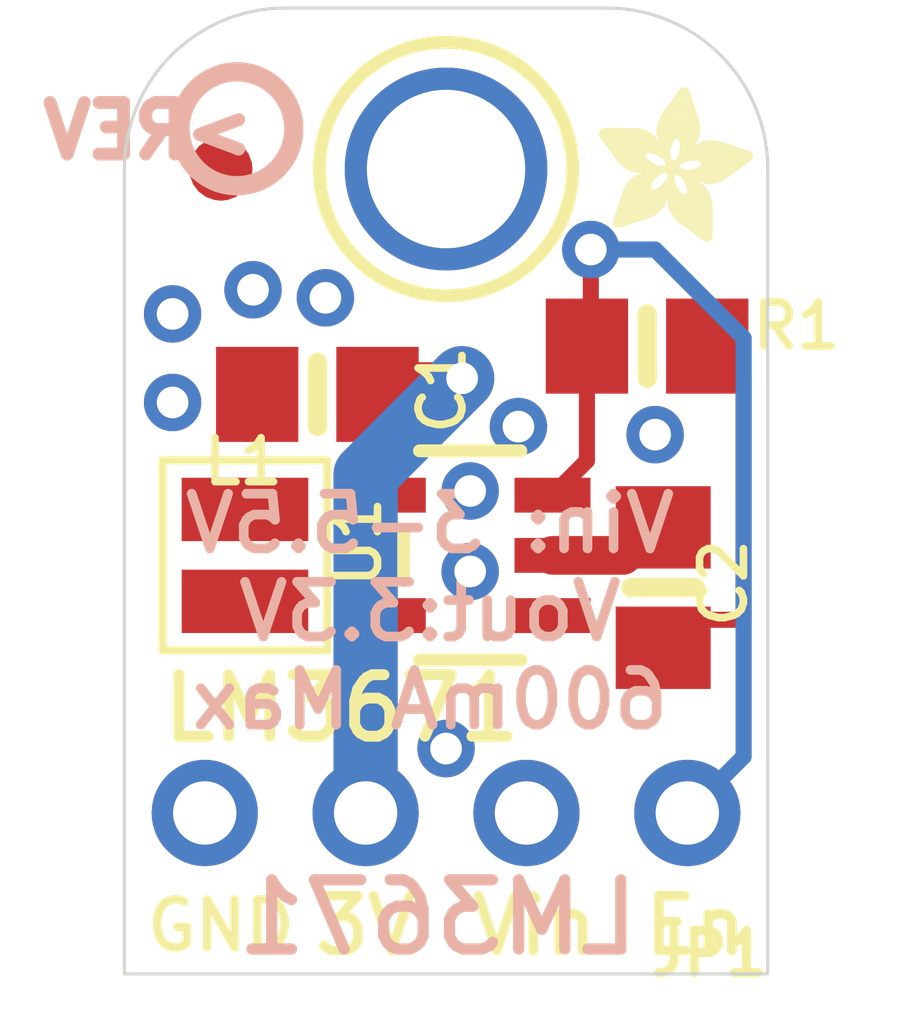
<source format=kicad_pcb>
(kicad_pcb (version 20211014) (generator pcbnew)
  (layers (0 "F.Cu" signal) (31 "B.Cu" signal) (34 "B.Paste" user) (35 "F.Paste" user) (36 "B.SilkS" user "B.Silkscreen") (37 "F.SilkS" user "F.Silkscreen") (38 "B.Mask" user) (39 "F.Mask" user) (44 "Edge.Cuts" user))
  (net 0 "")
  (net 1 "N$1")
  (net 2 "GND")
  (net 3 "3.3V")
  (net 4 "VIN")
  (net 5 "EN")
  (footprint "boardEagle:0805-NO" (layer "F.Cu") (at 151.9301 106.5276 90)
    (fp_text reference "C2" (at 0.8255 0.9525 90) (layer "F.SilkS") (effects (font (size 0.692831 0.692831) (thickness 0.119969)) (justify right)))
    (fp_text value "10uF")
    (pad "1" smd rect (at -0.95 0 90) (size 1.3 1.5) (layers "F.Cu" "F.Paste" "F.Mask") (net 4 "VIN"))
    (pad "2" smd rect (at 0.95 0 90) (size 1.3 1.5) (layers "F.Cu" "F.Paste" "F.Mask") (net 2 "GND"))
  )
  (footprint "boardEagle:SOT23-5" (layer "F.Cu") (at 148.8821 106.0196 90)
    (fp_text reference "U1" (at -0.562 -1.778 90) (layer "F.SilkS") (effects (font (size 0.692831 0.692831) (thickness 0.119969)) (justify left)))
    (fp_text value "LM3671MF-3.3/NOPB")
    (pad "1" smd rect (at -0.95 1.3001 90) (size 0.55 1.2) (layers "F.Cu" "F.Paste" "F.Mask") (net 4 "VIN"))
    (pad "2" smd rect (at 0 1.3001 90) (size 0.55 1.2) (layers "F.Cu" "F.Paste" "F.Mask") (net 2 "GND"))
    (pad "3" smd rect (at 0.95 1.3001 90) (size 0.55 1.2) (layers "F.Cu" "F.Paste" "F.Mask") (net 5 "EN"))
    (pad "4" smd rect (at 0.95 -1.3001 90) (size 0.55 1.2) (layers "F.Cu" "F.Paste" "F.Mask") (net 3 "3.3V"))
    (pad "5" smd rect (at -0.95 -1.3001 90) (size 0.55 1.2) (layers "F.Cu" "F.Paste" "F.Mask") (net 1 "N$1"))
  )
  (footprint "boardEagle:MOUNTINGHOLE_2.5_PLATED" (layer "F.Cu") (at 148.5011 99.9236)
    (fp_text reference "U$9" hide)
    (fp_text value "MOUNTINGHOLE2.5" hide)
    (pad "P$1" thru_hole circle (at 0 0) (size 3.2 3.2) (drill 2.5) (layers *.Cu *.Mask))
  )
  (footprint "boardEagle:0805-NO" (layer "F.Cu") (at 146.4691 103.4796 180)
    (fp_text reference "C1" (at -1.9685 0.8255 90) (layer "F.SilkS") (effects (font (size 0.692831 0.692831) (thickness 0.119969)) (justify right)))
    (fp_text value "22uF")
    (pad "1" smd rect (at -0.95 0 180) (size 1.3 1.5) (layers "F.Cu" "F.Paste" "F.Mask") (net 3 "3.3V"))
    (pad "2" smd rect (at 0.95 0 180) (size 1.3 1.5) (layers "F.Cu" "F.Paste" "F.Mask") (net 2 "GND"))
  )
  (footprint "boardEagle:0805-NO" (layer "F.Cu") (at 151.6761 102.7176 180)
    (fp_text reference "R1" (at -3.1115 0.3175) (layer "F.SilkS") (effects (font (size 0.692831 0.692831) (thickness 0.119969)) (justify right)))
    (fp_text value "100K")
    (pad "1" smd rect (at -0.95 0 180) (size 1.3 1.5) (layers "F.Cu" "F.Paste" "F.Mask") (net 4 "VIN"))
    (pad "2" smd rect (at 0.95 0 180) (size 1.3 1.5) (layers "F.Cu" "F.Paste" "F.Mask") (net 5 "EN"))
  )
  (footprint "boardEagle:ADAFRUIT_2.5MM" (layer "F.Cu") (at 150.9141 101.0666)
    (fp_text reference "U$11" hide)
    (fp_text value "" hide)
  )
  (footprint "boardEagle:1X04_ROUND" (layer "F.Cu") (at 148.5011 110.0836 180)
    (fp_text reference "JP1" (at -5.1562 -1.8288 180) (layer "F.SilkS") (effects (font (size 0.666496 0.666496) (thickness 0.146304)) (justify right top)))
    (fp_text value "")
    (pad "1" thru_hole circle (at -3.81 0 270) (size 1.6764 1.6764) (drill 1) (layers *.Cu *.Mask) (net 5 "EN"))
    (pad "2" thru_hole circle (at -1.27 0 270) (size 1.6764 1.6764) (drill 1) (layers *.Cu *.Mask) (net 4 "VIN"))
    (pad "3" thru_hole circle (at 1.27 0 270) (size 1.6764 1.6764) (drill 1) (layers *.Cu *.Mask) (net 3 "3.3V"))
    (pad "4" thru_hole circle (at 3.81 0 270) (size 1.6764 1.6764) (drill 1) (layers *.Cu *.Mask) (net 2 "GND"))
  )
  (footprint "boardEagle:INDUCTOR_TAIYOYUDEN_NRH2412T" (layer "F.Cu") (at 145.3261 106.0196 90)
    (fp_text reference "L1" (at 1.478 -0.716) (layer "F.SilkS") (effects (font (size 0.692831 0.692831) (thickness 0.119969)) (justify left)))
    (fp_text value "2.2uH/NRH2412T2R2MNGH")
    (pad "1" smd rect (at -0.725 0 90) (size 1 2) (layers "F.Cu" "F.Paste" "F.Mask") (net 1 "N$1"))
    (pad "2" smd rect (at 0.725 0 90) (size 1 2) (layers "F.Cu" "F.Paste" "F.Mask") (net 3 "3.3V"))
  )
  (footprint "boardEagle:FIDUCIAL_1MM" (layer "F.Cu") (at 144.9451 99.9236)
    (fp_text reference "FID1" hide)
    (fp_text value "FIDUCIAL\"\"" hide)
    (pad "1" smd roundrect (at 0 0) (size 1 1) (layers "F.Cu" "F.Mask") (roundrect_rratio 0.5))
  )
  (footprint "boardEagle:PCBFEAT-REV-040" (layer "B.Cu") (at 145.1991 99.2886 180)
    (fp_text reference "U$10" hide)
    (fp_text value "" hide)
    (fp_text user ">REV" (at -0.3556 -0.508) (layer "B.SilkS") (effects (font (size 0.8128 0.8128) (thickness 0.2032)) (justify left bottom mirror)))
  )
  (gr_line (start 145.9611 97.3836) (end 151.0411 97.3836) (layer "Edge.Cuts") (width 0.05))
  (gr_arc (start 143.4211 99.9236) (mid 144.165049 98.127549) (end 145.9611 97.3836) (layer "Edge.Cuts") (width 0.05))
  (gr_arc (start 151.0411 97.3836) (mid 152.837151 98.127549) (end 153.5811 99.9236) (layer "Edge.Cuts") (width 0.05))
  (gr_line (start 143.4211 112.6236) (end 143.4211 99.9236) (layer "Edge.Cuts") (width 0.05))
  (gr_line (start 153.5811 112.6236) (end 143.4211 112.6236) (layer "Edge.Cuts") (width 0.05))
  (gr_line (start 153.5811 99.9236) (end 153.5811 112.6236) (layer "Edge.Cuts") (width 0.05))
  (gr_text "LM3671" (at 148.3741 111.7346) (layer "B.SilkS") (effects (font (size 1.0922 1.0922) (thickness 0.1778)) (justify mirror)))
  (gr_text "Vin: 3-5.5V\nVout:3.3V\n600mA Max" (at 148.2471 106.9086) (layer "B.SilkS") (effects (font (size 0.8636 0.8636) (thickness 0.1524)) (justify mirror)))
  (gr_text "LM3671" (at 146.8501 108.4326) (layer "F.SilkS") (effects (font (size 0.97155 0.97155) (thickness 0.17145))))
  (gr_text "Vin" (at 149.8981 111.8616) (layer "F.SilkS") (effects (font (size 0.8636 0.8636) (thickness 0.1524))))
  (gr_text "En" (at 152.4381 111.8616) (layer "F.SilkS") (effects (font (size 0.8636 0.8636) (thickness 0.1524))))
  (gr_text "3V" (at 147.2311 111.8616) (layer "F.SilkS") (effects (font (size 0.8636 0.8636) (thickness 0.1524))))
  (gr_text "GND" (at 144.9451 111.8616) (layer "F.SilkS") (effects (font (size 0.75565 0.75565) (thickness 0.13335))))
  (segment (start 151.2951 106.0196) (end 151.9301 105.3846) (width 0.6096) (layer "F.Cu") (net 2))
  (segment (start 150.1822 106.0196) (end 151.2951 106.0196) (width 0.6096) (layer "F.Cu") (net 2))
  (via (at 144.1831 103.6066) (size 0.9064) (drill 0.5) (layers "F.Cu" "B.Cu") (net 2))
  (via (at 148.8821 105.0036) (size 0.9064) (drill 0.5) (layers "F.Cu" "B.Cu") (net 2))
  (via (at 151.8031 104.1146) (size 0.9064) (drill 0.5) (layers "F.Cu" "B.Cu") (net 2))
  (via (at 149.6441 103.9876) (size 0.9064) (drill 0.5) (layers "F.Cu" "B.Cu") (net 2))
  (via (at 144.1831 102.2096) (size 0.9064) (drill 0.5) (layers "F.Cu" "B.Cu") (net 2))
  (via (at 148.5011 109.0676) (size 0.9064) (drill 0.5) (layers "F.Cu" "B.Cu") (net 2))
  (via (at 146.5961 101.9556) (size 0.9064) (drill 0.5) (layers "F.Cu" "B.Cu") (net 2))
  (via (at 145.4531 101.8286) (size 0.9064) (drill 0.5) (layers "F.Cu" "B.Cu") (net 2))
  (via (at 148.8821 106.2736) (size 0.9064) (drill 0.5) (layers "F.Cu" "B.Cu") (net 2))
  (segment (start 148.7551 103.2256) (end 148.5011 103.4796) (width 1.016) (layer "F.Cu") (net 3))
  (segment (start 148.5011 103.4796) (end 147.4191 103.4796) (width 1.016) (layer "F.Cu") (net 3))
  (via (at 148.7551 103.2256) (size 0.9064) (drill 0.5) (layers "F.Cu" "B.Cu") (net 3))
  (segment (start 147.2311 104.7496) (end 148.7551 103.2256) (width 1.016) (layer "B.Cu") (net 3))
  (segment (start 147.2311 110.0836) (end 147.2311 104.7496) (width 1.016) (layer "B.Cu") (net 3))
  (segment (start 153.2001 103.2256) (end 153.2001 107.0356) (width 0.254) (layer "F.Cu") (net 4))
  (segment (start 153.2001 103.2256) (end 152.6921 102.7176) (width 0.254) (layer "F.Cu") (net 4))
  (segment (start 151.9301 107.0356) (end 151.9301 107.4776) (width 0.254) (layer "F.Cu") (net 4))
  (segment (start 152.6921 102.7176) (end 152.6261 102.7176) (width 0.254) (layer "F.Cu") (net 4))
  (segment (start 153.2001 107.0356) (end 151.9301 107.0356) (width 0.254) (layer "F.Cu") (net 4))
  (segment (start 150.7261 102.7176) (end 150.7261 104.5257) (width 0.254) (layer "F.Cu") (net 5))
  (segment (start 150.7871 102.6566) (end 150.7871 101.1936) (width 0.254) (layer "F.Cu") (net 5))
  (segment (start 150.7261 104.5257) (end 150.1822 105.0696) (width 0.254) (layer "F.Cu") (net 5))
  (segment (start 150.7261 102.7176) (end 150.7871 102.6566) (width 0.254) (layer "F.Cu") (net 5))
  (via (at 150.7871 101.1936) (size 0.9064) (drill 0.5) (layers "F.Cu" "B.Cu") (net 5))
  (segment (start 150.7871 101.1936) (end 151.8031 101.1936) (width 0.254) (layer "B.Cu") (net 5))
  (segment (start 151.8031 101.1936) (end 153.2001 102.5906) (width 0.254) (layer "B.Cu") (net 5))
  (segment (start 153.2001 102.5906) (end 153.2001 109.1946) (width 0.254) (layer "B.Cu") (net 5))
  (segment (start 153.2001 109.1946) (end 152.3111 110.0836) (width 0.254) (layer "B.Cu") (net 5))
)
</source>
